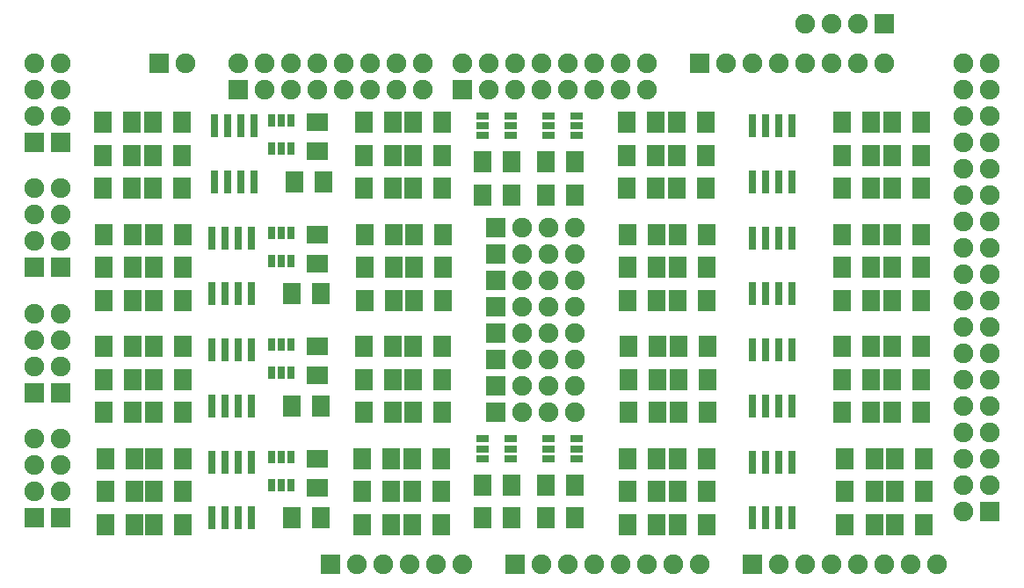
<source format=gbr>
G04 DipTrace 3.3.1.3*
G04 TopMask.gbr*
%MOMM*%
G04 #@! TF.FileFunction,Soldermask,Top*
G04 #@! TF.Part,Single*
%ADD32R,0.8X2.2*%
%ADD34R,2.0X1.8*%
%ADD36R,1.8X2.0*%
%ADD38C,1.9*%
%ADD40R,1.9X1.9*%
%ADD42R,1.3X0.8*%
%ADD44R,0.8X1.3*%
%FSLAX35Y35*%
G04*
G71*
G90*
G75*
G01*
G04 TopMask*
%LPD*%
D44*
X3603500Y5254500D3*
X3698500D3*
X3793500D3*
Y5524500D3*
X3698500D3*
X3603500D3*
Y4175000D3*
X3698500D3*
X3793500D3*
Y4445000D3*
X3698500D3*
X3603500D3*
Y3095500D3*
X3698500D3*
X3793500D3*
Y3365500D3*
X3698500D3*
X3603500D3*
Y2016000D3*
X3698500D3*
X3793500D3*
Y2286000D3*
X3698500D3*
X3603500D3*
D42*
X5635500Y5572000D3*
Y5477000D3*
Y5382000D3*
X5905500D3*
Y5477000D3*
Y5572000D3*
X6270500D3*
Y5477000D3*
Y5382000D3*
X6540500D3*
Y5477000D3*
Y5572000D3*
X5635500Y2460500D3*
Y2365500D3*
Y2270500D3*
X5905500D3*
Y2365500D3*
Y2460500D3*
X6270500D3*
Y2365500D3*
Y2270500D3*
X6540500D3*
Y2365500D3*
Y2460500D3*
D40*
X5953000Y1254000D3*
D38*
X6207000D3*
X6461000D3*
X6715000D3*
X6969000D3*
X7223000D3*
X7477000D3*
X7731000D3*
D40*
X8239000D3*
D38*
X8493000D3*
X8747000D3*
X9001000D3*
X9255000D3*
X9509000D3*
X9763000D3*
X10017000D3*
D36*
X3820000Y4937000D3*
X4100000D3*
D34*
X4048000Y5508500D3*
Y5228500D3*
D36*
X4492500Y5191000D3*
X4772500D3*
X3799750Y3857500D3*
X4079750D3*
D34*
X4048000Y4429000D3*
Y4149000D3*
D36*
X1984250Y4111500D3*
X2264250D3*
X4504000D3*
X4784000D3*
X3799750Y2778000D3*
X4079750D3*
D34*
X4048000Y3349500D3*
Y3069500D3*
D36*
X1990000Y3032000D3*
X2270000D3*
X4492500D3*
X4772500D3*
X3799750Y1698500D3*
X4079750D3*
D34*
X4048000Y2270000D3*
Y1990000D3*
D36*
X2000123Y1952500D3*
X2280123D3*
X4476623D3*
X4756623D3*
X5635500Y4810000D3*
X5915500D3*
X1978500Y5191000D3*
X2258500D3*
X5915500Y5127500D3*
X5635500D3*
X7021000Y5191000D3*
X7301000D3*
X9102000D3*
X9382000D3*
X6524500Y4810000D3*
X6244500D3*
X6524500Y5127500D3*
X6244500D3*
X7032500Y4111500D3*
X7312500D3*
X9102000D3*
X9382000D3*
X5635500Y1698500D3*
X5915500D3*
X5635500Y2016000D3*
X5915500D3*
X7038250Y3032000D3*
X7318250D3*
X9102000D3*
X9382000D3*
X6524500Y1698500D3*
X6244500D3*
X6524500Y2016000D3*
X6244500D3*
X7032500Y1952500D3*
X7312500D3*
X9128000D3*
X9408000D3*
D40*
X7731000Y6080000D3*
D38*
X7985000D3*
X8239000D3*
X8493000D3*
X8747000D3*
X9001000D3*
X9255000D3*
X9509000D3*
D40*
X10525000Y1762000D3*
D38*
X10271000D3*
X10525000Y2016000D3*
X10271000D3*
X10525000Y2270000D3*
X10271000D3*
X10525000Y2524000D3*
X10271000D3*
X10525000Y2778000D3*
X10271000D3*
X10525000Y3032000D3*
X10271000D3*
X10525000Y3286000D3*
X10271000D3*
X10525000Y3540000D3*
X10271000D3*
X10525000Y3794000D3*
X10271000D3*
X10525000Y4048000D3*
X10271000D3*
X10525000Y4302000D3*
X10271000D3*
X10525000Y4556000D3*
X10271000D3*
X10525000Y4810000D3*
X10271000D3*
X10525000Y5064000D3*
X10271000D3*
X10525000Y5318000D3*
X10271000D3*
X10525000Y5572000D3*
X10271000D3*
X10525000Y5826000D3*
X10271000D3*
X10525000Y6080000D3*
X10271000D3*
D40*
X9509000Y6461000D3*
D38*
X9255000D3*
X9001000D3*
X8747000D3*
D40*
X2524000Y6080000D3*
D38*
X2778000D3*
D32*
X3052250Y4937000D3*
X3179250D3*
X3306250D3*
X3433250D3*
Y5477000D3*
X3306250D3*
X3179250D3*
X3052250D3*
X3032000Y3857500D3*
X3159000D3*
X3286000D3*
X3413000D3*
Y4397500D3*
X3286000D3*
X3159000D3*
X3032000D3*
Y2778000D3*
X3159000D3*
X3286000D3*
X3413000D3*
Y3318000D3*
X3286000D3*
X3159000D3*
X3032000D3*
Y1698500D3*
X3159000D3*
X3286000D3*
X3413000D3*
Y2238500D3*
X3286000D3*
X3159000D3*
X3032000D3*
X8239000Y4937000D3*
X8366000D3*
X8493000D3*
X8620000D3*
Y5477000D3*
X8493000D3*
X8366000D3*
X8239000D3*
Y3857500D3*
X8366000D3*
X8493000D3*
X8620000D3*
Y4397500D3*
X8493000D3*
X8366000D3*
X8239000D3*
Y2778000D3*
X8366000D3*
X8493000D3*
X8620000D3*
Y3318000D3*
X8493000D3*
X8366000D3*
X8239000D3*
Y1698500D3*
X8366000D3*
X8493000D3*
X8620000D3*
Y2238500D3*
X8493000D3*
X8366000D3*
X8239000D3*
D40*
X4175000Y1254000D3*
D38*
X4429000D3*
X4683000D3*
X4937000D3*
X5191000D3*
X5445000D3*
D40*
X3286000Y5826000D3*
D38*
Y6080000D3*
X3540000Y5826000D3*
Y6080000D3*
X3794000Y5826000D3*
Y6080000D3*
X4048000Y5826000D3*
Y6080000D3*
X4302000Y5826000D3*
Y6080000D3*
X4556000Y5826000D3*
Y6080000D3*
X4810000Y5826000D3*
Y6080000D3*
X5064000Y5826000D3*
Y6080000D3*
D40*
X5445000Y5826000D3*
D38*
Y6080000D3*
X5699000Y5826000D3*
Y6080000D3*
X5953000Y5826000D3*
Y6080000D3*
X6207000Y5826000D3*
Y6080000D3*
X6461000Y5826000D3*
Y6080000D3*
X6715000Y5826000D3*
Y6080000D3*
X6969000Y5826000D3*
Y6080000D3*
X7223000Y5826000D3*
Y6080000D3*
D36*
X2258500Y4873500D3*
X1978500D3*
X2460500D3*
X2740500D3*
X2258500Y5508500D3*
X1978500D3*
X2460500D3*
X2740500D3*
Y5191000D3*
X2460500D3*
X4772500Y4873500D3*
X4492500D3*
X4963000D3*
X5243000D3*
X4492500Y5508500D3*
X4772500D3*
X4963000D3*
X5243000D3*
Y5191000D3*
X4963000D3*
X2264250Y3794000D3*
X1984250D3*
X2466250D3*
X2746250D3*
X1984250Y4429000D3*
X2264250D3*
X2466250D3*
X2746250D3*
Y4111500D3*
X2466250D3*
X4784000Y3794000D3*
X4504000D3*
X4974500D3*
X5254500D3*
X4504000Y4429000D3*
X4784000D3*
X4974500D3*
X5254500D3*
Y4111500D3*
X4974500D3*
X2270000Y2714500D3*
X1990000D3*
X2472000D3*
X2752000D3*
X1990000Y3349500D3*
X2270000D3*
X2472000D3*
X2752000D3*
Y3032000D3*
X2472000D3*
X4772500Y2714500D3*
X4492500D3*
X4963000D3*
X5243000D3*
X4492500Y3349500D3*
X4772500D3*
X4963000D3*
X5243000D3*
Y3032000D3*
X4963000D3*
X2280123Y1635000D3*
X2000123D3*
X2470627D3*
X2750627D3*
X2000123Y2270000D3*
X2280123D3*
X2470627D3*
X2750627D3*
Y1952500D3*
X2470627D3*
X4756623Y1635000D3*
X4476623D3*
X4958627D3*
X5238627D3*
X4476623Y2270000D3*
X4756623D3*
X4958627D3*
X5238627D3*
Y1952500D3*
X4958627D3*
X7301000Y4873500D3*
X7021000D3*
X7503000D3*
X7783000D3*
X7021000Y5508500D3*
X7301000D3*
X7503000D3*
X7783000D3*
Y5191000D3*
X7503000D3*
X9382000Y4873500D3*
X9102000D3*
X9584000D3*
X9864000D3*
X9102000Y5508500D3*
X9382000D3*
X9584000D3*
X9864000D3*
Y5191000D3*
X9584000D3*
X7312500Y3794000D3*
X7032500D3*
X7514500D3*
X7794500D3*
X7032500Y4429000D3*
X7312500D3*
X7514500D3*
X7794500D3*
Y4111500D3*
X7514500D3*
X9382000Y3794000D3*
X9102000D3*
X9584000D3*
X9864000D3*
X9102000Y4429000D3*
X9382000D3*
X9584000D3*
X9864000D3*
Y4111500D3*
X9584000D3*
X7318250Y2714500D3*
X7038250D3*
X7520250D3*
X7800250D3*
X7038250Y3349500D3*
X7318250D3*
X7520250D3*
X7800250D3*
Y3032000D3*
X7520250D3*
X9382000Y2714500D3*
X9102000D3*
X9584000D3*
X9864000D3*
X9102000Y3349500D3*
X9382000D3*
X9584000D3*
X9864000D3*
Y3032000D3*
X9584000D3*
X7312500Y1635000D3*
X7032500D3*
X7514500D3*
X7794500D3*
X7032500Y2270000D3*
X7312500D3*
X7514500D3*
X7794500D3*
Y1952500D3*
X7514500D3*
X9408000Y1635000D3*
X9128000D3*
X9610000D3*
X9890000D3*
X9128000Y2270000D3*
X9408000D3*
X9610000D3*
X9890000D3*
Y1952500D3*
X9610000D3*
D40*
X1317500Y5318000D3*
D38*
Y5572000D3*
Y5826000D3*
Y6080000D3*
D40*
X1571500Y5318000D3*
D38*
Y5572000D3*
Y5826000D3*
Y6080000D3*
D40*
X1317500Y4111500D3*
D38*
Y4365500D3*
Y4619500D3*
Y4873500D3*
D40*
X1571500Y4111500D3*
D38*
Y4365500D3*
Y4619500D3*
Y4873500D3*
D40*
X1317500Y2905000D3*
D38*
Y3159000D3*
Y3413000D3*
Y3667000D3*
D40*
X1571500Y2905000D3*
D38*
Y3159000D3*
Y3413000D3*
Y3667000D3*
D40*
X1317500Y1698500D3*
D38*
Y1952500D3*
Y2206500D3*
Y2460500D3*
D40*
X1571500Y1698500D3*
D38*
Y1952500D3*
Y2206500D3*
Y2460500D3*
D40*
X5762500Y4492500D3*
D38*
X6016500D3*
X6270500D3*
X6524500D3*
D40*
X5762500Y4238500D3*
D38*
X6016500D3*
X6270500D3*
X6524500D3*
D40*
X5762500Y3984500D3*
D38*
X6016500D3*
X6270500D3*
X6524500D3*
D40*
X5762500Y3730500D3*
D38*
X6016500D3*
X6270500D3*
X6524500D3*
D40*
X5762500Y3476500D3*
D38*
X6016500D3*
X6270500D3*
X6524500D3*
D40*
X5762500Y3222500D3*
D38*
X6016500D3*
X6270500D3*
X6524500D3*
D40*
X5762500Y2968500D3*
D38*
X6016500D3*
X6270500D3*
X6524500D3*
D40*
X5762500Y2714500D3*
D38*
X6016500D3*
X6270500D3*
X6524500D3*
M02*

</source>
